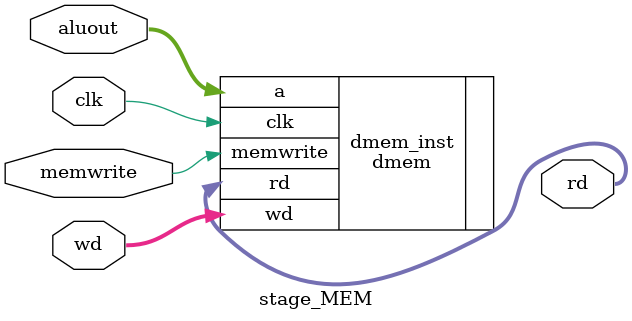
<source format=v>
module stage_MEM(
    input clk,
    input memwrite,
    input [31:0] aluout,
    input [31:0] wd,         // dữ liệu cần ghi
    output [31:0] rd         // dữ liệu đọc ra
);

    dmem dmem_inst (
        .clk(clk),
        .memwrite(memwrite),
        .a(aluout),
        .wd(wd),
        .rd(rd)
    );

endmodule

</source>
